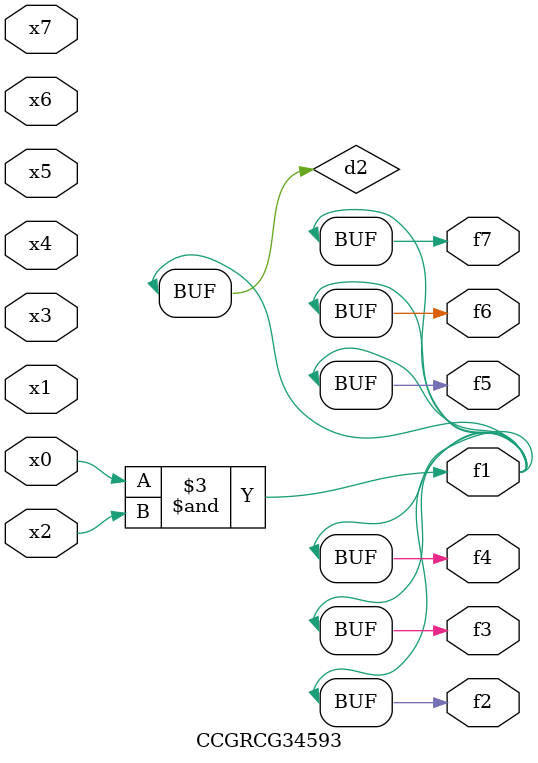
<source format=v>
module CCGRCG34593(
	input x0, x1, x2, x3, x4, x5, x6, x7,
	output f1, f2, f3, f4, f5, f6, f7
);

	wire d1, d2;

	nor (d1, x3, x6);
	and (d2, x0, x2);
	assign f1 = d2;
	assign f2 = d2;
	assign f3 = d2;
	assign f4 = d2;
	assign f5 = d2;
	assign f6 = d2;
	assign f7 = d2;
endmodule

</source>
